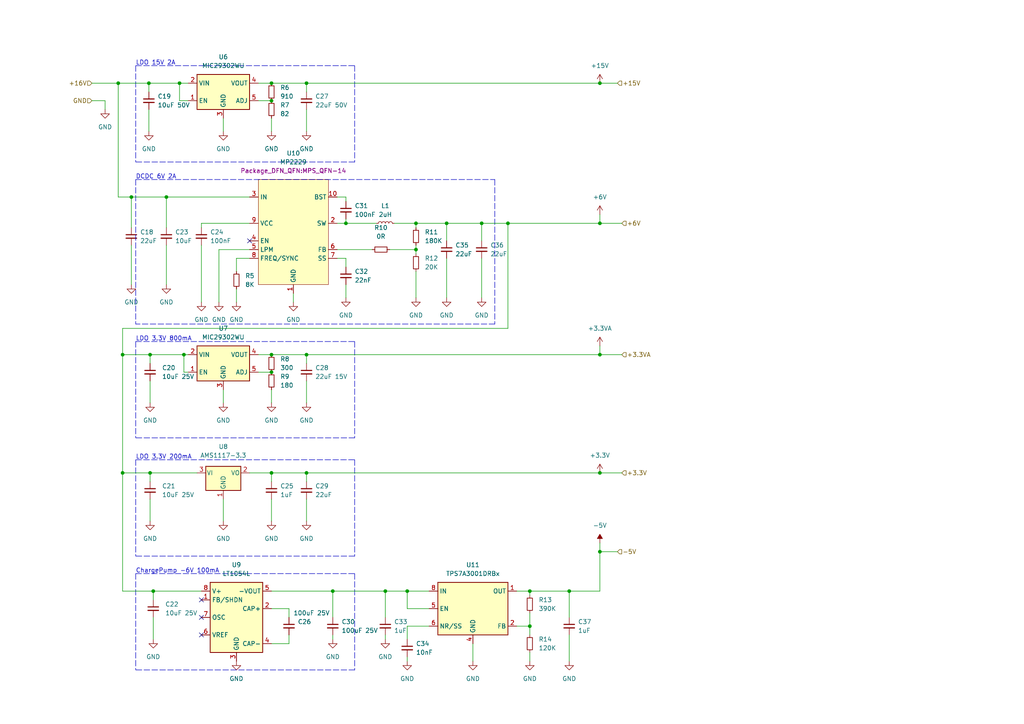
<source format=kicad_sch>
(kicad_sch (version 20211123) (generator eeschema)
  (paper "A4")
  (title_block (title "Power") (date "2022-10-26") (rev "v0.1") (company "Nanjing wuyou electronic technology company"))
  (lib_symbols
    (symbol "Device:C_Small" (pin_numbers hide) (pin_names (offset 0.254) hide)
      (property "Reference" "C" (at 0.254 1.778 0))
      (property "Value" "C_Small" (at 0.254 -2.032 0))
      (symbol "C_Small_0_1"
        (polyline (pts (xy -1.524 -0.508) (xy 1.524 -0.508)) (stroke (width 0.3302)))
        (polyline (pts (xy -1.524 0.508) (xy 1.524 0.508)) (stroke (width 0.3048)))
      )
      (symbol "C_Small_1_1"
        (pin passive line (at 0 2.54 270) (length 2.032) (name "~") (number "1"))
        (pin passive line (at 0 -2.54 90) (length 2.032) (name "~") (number "2"))
      )
    )
    (symbol "Device:L_Small" (pin_numbers hide) (pin_names (offset 0.254) hide)
      (property "Reference" "L" (at 0.762 1.016 0))
      (property "Value" "L_Small" (at 0.762 -1.016 0))
      (symbol "L_Small_0_1"
        (arc (start 0 -2.032) (mid 0.508 -1.524) (end 0 -1.016))
        (arc (start 0 -1.016) (mid 0.508 -0.508) (end 0 0))
        (arc (start 0 0) (mid 0.508 0.508) (end 0 1.016))
        (arc (start 0 1.016) (mid 0.508 1.524) (end 0 2.032))
      )
      (symbol "L_Small_1_1"
        (pin passive line (at 0 2.54 270) (length 0.508) (name "~") (number "1"))
        (pin passive line (at 0 -2.54 90) (length 0.508) (name "~") (number "2"))
      )
    )
    (symbol "Device:R_Small" (pin_numbers hide) (pin_names (offset 0.254) hide)
      (property "Reference" "R" (at 0.762 0.508 0))
      (property "Value" "R_Small" (at 0.762 -1.016 0))
      (symbol "R_Small_0_1"
        (rectangle (start -0.762 1.778) (end 0.762 -1.778) (stroke (width 0.2032)))
      )
      (symbol "R_Small_1_1"
        (pin passive line (at 0 2.54 270) (length 0.762) (name "~") (number "1"))
        (pin passive line (at 0 -2.54 90) (length 0.762) (name "~") (number "2"))
      )
    )
    (symbol "Regulator_Linear:AMS1117-3.3" (pin_names (offset 0.254))
      (property "Reference" "U" (at -3.81 3.175 0))
      (property "Value" "AMS1117-3.3" (at 0 3.175 0))
      (symbol "AMS1117-3.3_0_1"
        (rectangle (start -5.08 -5.08) (end 5.08 1.905) (stroke (width 0.254)) (fill (type background)))
      )
      (symbol "AMS1117-3.3_1_1"
        (pin power_in line (at 0 -7.62 90) (length 2.54) (name "GND") (number "1"))
        (pin power_out line (at 7.62 0 180) (length 2.54) (name "VO") (number "2"))
        (pin power_in line (at -7.62 0 0) (length 2.54) (name "VI") (number "3"))
      )
    )
    (symbol "Regulator_Linear:MIC29302WU"
      (property "Reference" "U" (at -6.35 6.35 0))
      (property "Value" "MIC29302WU" (at 2.54 6.35 0))
      (symbol "MIC29302WU_1_1"
        (rectangle (start -7.62 5.08) (end 7.62 -5.08) (stroke (width 0.254)) (fill (type background)))
        (pin input line (at -10.16 -2.54 0) (length 2.54) (name "EN") (number "1"))
        (pin power_in line (at -10.16 2.54 0) (length 2.54) (name "VIN") (number "2"))
        (pin power_in line (at 0 -7.62 90) (length 2.54) (name "GND") (number "3"))
        (pin power_out line (at 10.16 2.54 180) (length 2.54) (name "VOUT") (number "4"))
        (pin input line (at 10.16 -2.54 180) (length 2.54) (name "ADJ") (number "5"))
      )
    )
    (symbol "Regulator_Linear:TPS7A3001DRBx"
      (property "Reference" "U" (at 0 0 0))
      (property "Value" "TPS7A3001DRBx" (at 0 0 0))
      (symbol "TPS7A3001DRBx_0_1"
        (rectangle (start -10.16 7.62) (end 10.16 -7.62) (stroke (width 0.254)) (fill (type background)))
      )
      (symbol "TPS7A3001DRBx_1_1"
        (pin power_out line (at 12.7 5.08 180) (length 2.54) (name "OUT") (number "1"))
        (pin input line (at 12.7 -5.08 180) (length 2.54) (name "FB") (number "2"))
        (pin no_connect line (at 0 2.54 0) (length 2.54) hide (name "NC") (number "3"))
        (pin passive line (at 0 -10.16 90) (length 2.54) (name "GND") (number "4"))
        (pin input line (at -12.7 0 0) (length 2.54) (name "EN") (number "5"))
        (pin passive line (at -12.7 -5.08 0) (length 2.54) (name "NR/SS") (number "6"))
        (pin no_connect line (at 0 0 0) (length 2.54) hide (name "DNC") (number "7"))
        (pin power_in line (at -12.7 5.08 0) (length 2.54) (name "IN") (number "8"))
        (pin passive line (at 0 -10.16 90) (length 2.54) hide (name "Pad") (number "9"))
      )
    )
    (symbol "Regulator_SwitchedCapacitor:LT1054L"
      (property "Reference" "U" (at -6.604 11.176 0))
      (property "Value" "LT1054L" (at 4.318 11.176 0))
      (symbol "LT1054L_0_1"
        (rectangle (start -7.62 10.16) (end 7.62 -10.16) (stroke (width 0.254)) (fill (type background)))
      )
      (symbol "LT1054L_1_1"
        (pin input line (at -10.16 5.08 0) (length 2.54) (name "FB/SHDN") (number "1"))
        (pin input line (at 10.16 2.54 180) (length 2.54) (name "CAP+") (number "2"))
        (pin power_in line (at 0 -12.7 90) (length 2.54) (name "GND") (number "3"))
        (pin input line (at 10.16 -7.62 180) (length 2.54) (name "CAP-") (number "4"))
        (pin power_out line (at 10.16 7.62 180) (length 2.54) (name "-VOUT") (number "5"))
        (pin output line (at -10.16 -5.08 0) (length 2.54) (name "VREF") (number "6"))
        (pin input line (at -10.16 0 0) (length 2.54) (name "OSC") (number "7"))
        (pin power_in line (at -10.16 7.62 0) (length 2.54) (name "V+") (number "8"))
      )
    )
    (symbol "Regulator_Switching:MP2229"
      (property "Reference" "U" (at 0 0 0))
      (property "Value" "MP2229" (at 0 0 0))
      (property "Footprint" "Package_DFN_QFN:MPS_QFN-14" (at 0 0 0))
      (symbol "MP2229_0_1"
        (rectangle (start -10.16 15.24) (end 10.16 -15.24) (stroke (width 0.127)) (fill (type background)))
      )
      (symbol "MP2229_1_1"
        (pin passive line (at 0 -17.78 90) (length 2.54) (name "GND") (number "1"))
        (pin passive line (at 12.7 10.16 180) (length 2.54) (name "BST") (number "10"))
        (pin bidirectional line (at 12.7 2.54 180) (length 2.54) hide (name "SW") (number "11"))
        (pin passive line (at 0 -17.78 90) (length 2.54) hide (name "GND") (number "12"))
        (pin passive line (at 0 -17.78 90) (length 2.54) hide (name "GND") (number "13"))
        (pin passive line (at 0 -17.78 90) (length 2.54) hide (name "GND") (number "14"))
        (pin power_in line (at -12.7 10.16 0) (length 2.54) hide (name "IN") (number "15"))
        (pin bidirectional line (at 12.7 2.54 180) (length 2.54) (name "SW") (number "2"))
        (pin power_in line (at -12.7 10.16 0) (length 2.54) (name "IN") (number "3"))
        (pin input line (at -12.7 -2.54 0) (length 2.54) (name "EN") (number "4"))
        (pin input line (at -12.7 -5.08 0) (length 2.54) (name "LPM") (number "5"))
        (pin input line (at 12.7 -5.08 180) (length 2.54) (name "FB") (number "6"))
        (pin input line (at 12.7 -7.62 180) (length 2.54) (name "SS") (number "7"))
        (pin passive line (at -12.7 -7.62 0) (length 2.54) (name "FREQ/SYNC") (number "8"))
        (pin power_out line (at -12.7 2.54 0) (length 2.54) (name "VCC") (number "9"))
      )
    )
    (symbol "power:+15V" (power) (pin_names (offset 0))
      (property "Value" "+15V" (at 0 3.556 0))
      (symbol "+15V_0_1"
        (polyline (pts (xy -0.762 1.27) (xy 0 2.54)))
        (polyline (pts (xy 0 0) (xy 0 2.54)))
        (polyline (pts (xy 0 2.54) (xy 0.762 1.27)))
      )
      (symbol "+15V_1_1"
        (pin power_in line (at 0 0 90) (length 0) hide (name "+15V") (number "1"))
      )
    )
    (symbol "power:+3.3V" (power) (pin_names (offset 0))
      (property "Value" "+3.3V" (at 0 3.556 0))
      (symbol "+3.3V_0_1"
        (polyline (pts (xy -0.762 1.27) (xy 0 2.54)))
        (polyline (pts (xy 0 0) (xy 0 2.54)))
        (polyline (pts (xy 0 2.54) (xy 0.762 1.27)))
      )
      (symbol "+3.3V_1_1"
        (pin power_in line (at 0 0 90) (length 0) hide (name "+3.3V") (number "1"))
      )
    )
    (symbol "power:+3.3VA" (power) (pin_names (offset 0))
      (property "Value" "+3.3VA" (at 0 3.556 0))
      (symbol "+3.3VA_0_1"
        (polyline (pts (xy -0.762 1.27) (xy 0 2.54)))
        (polyline (pts (xy 0 0) (xy 0 2.54)))
        (polyline (pts (xy 0 2.54) (xy 0.762 1.27)))
      )
      (symbol "+3.3VA_1_1"
        (pin power_in line (at 0 0 90) (length 0) hide (name "+3.3VA") (number "1"))
      )
    )
    (symbol "power:+6V" (power) (pin_names (offset 0))
      (property "Value" "+6V" (at 0 3.556 0))
      (symbol "+6V_0_1"
        (polyline (pts (xy -0.762 1.27) (xy 0 2.54)))
        (polyline (pts (xy 0 0) (xy 0 2.54)))
        (polyline (pts (xy 0 2.54) (xy 0.762 1.27)))
      )
      (symbol "+6V_1_1"
        (pin power_in line (at 0 0 90) (length 0) hide (name "+6V") (number "1"))
      )
    )
    (symbol "power:-5V" (power) (pin_names (offset 0))
      (property "Value" "-5V" (at 0 3.81 0))
      (symbol "-5V_0_0"
        (pin power_in line (at 0 0 90) (length 0) hide (name "-5V") (number "1"))
      )
      (symbol "-5V_0_1"
        (polyline (pts (xy 0 0) (xy 0 1.27) (xy 0.762 1.27) (xy 0 2.54) (xy -0.762 1.27) (xy 0 1.27)) (fill (type outline)))
      )
    )
    (symbol "power:GND" (power) (pin_names (offset 0))
      (property "Value" "GND" (at 0 -3.81 0))
      (symbol "GND_0_1"
        (polyline (pts (xy 0 0) (xy 0 -1.27) (xy 1.27 -1.27) (xy 0 -2.54) (xy -1.27 -1.27) (xy 0 -1.27)))
      )
      (symbol "GND_1_1"
        (pin power_in line (at 0 0 270) (length 0) hide (name "GND") (number "1"))
      )
    )
  )
  (junction (at 173.99 64.77))
  (junction (at 43.5314 102.87))
  (junction (at 35.56 137.16))
  (junction (at 48.26 57.15))
  (junction (at 44.45 171.45))
  (junction (at 78.74 107.95))
  (junction (at 78.74 24.13))
  (junction (at 78.74 102.87))
  (junction (at 43.5314 137.16))
  (junction (at 96.52 171.45))
  (junction (at 120.65 72.39))
  (junction (at 53.34 102.87))
  (junction (at 52.07 24.13))
  (junction (at 129.54 64.77))
  (junction (at 120.65 64.77))
  (junction (at 173.99 137.16))
  (junction (at 147.32 64.77))
  (junction (at 153.67 171.45))
  (junction (at 35.56 102.87))
  (junction (at 111.76 171.45))
  (junction (at 38.1 57.15))
  (junction (at 173.99 24.13))
  (junction (at 78.74 29.21))
  (junction (at 165.1 171.45))
  (junction (at 100.33 64.77))
  (junction (at 78.74 137.16))
  (junction (at 173.99 160.02))
  (junction (at 88.9 24.13))
  (junction (at 88.9 102.87))
  (junction (at 43.18 24.13))
  (junction (at 173.99 102.87))
  (junction (at 88.9 137.16))
  (junction (at 34.29 24.13))
  (junction (at 139.7 64.77))
  (junction (at 118.11 171.45))
  (junction (at 153.67 181.61))
  (no_connect (at 72.39 69.85))
  (no_connect (at 58.42 184.15))
  (no_connect (at 58.42 179.07))
  (no_connect (at 58.42 173.99))
  (wire (pts (xy 165.1 171.45) (xy 165.1 179.07)))
  (wire (pts (xy 44.45 171.45) (xy 44.45 173.99)))
  (wire (pts (xy 139.7 74.93) (xy 139.7 86.36)))
  (wire (pts (xy 118.11 171.45) (xy 118.11 176.53)))
  (wire (pts (xy 52.07 29.21) (xy 52.07 24.13)))
  (wire (pts (xy 147.32 64.77) (xy 139.7 64.77)))
  (wire (pts (xy 43.5314 137.16) (xy 57.15 137.16)))
  (polyline (pts (xy 39.37 166.37) (xy 39.37 194.31)))
  (polyline (pts (xy 39.37 19.05) (xy 39.37 46.99)))
  (wire (pts (xy 78.74 176.53) (xy 83.82 176.53)))
  (wire (pts (xy 118.11 176.53) (xy 124.46 176.53)))
  (polyline (pts (xy 39.37 52.07) (xy 143.51 52.07)))
  (wire (pts (xy 43.5314 144.78) (xy 43.5314 151.13)))
  (wire (pts (xy 48.26 57.15) (xy 48.26 66.04)))
  (wire (pts (xy 78.74 186.69) (xy 83.82 186.69)))
  (wire (pts (xy 120.65 78.74) (xy 120.65 86.36)))
  (wire (pts (xy 124.46 181.61) (xy 118.11 181.61)))
  (wire (pts (xy 78.74 137.16) (xy 88.9 137.16)))
  (wire (pts (xy 38.1 71.12) (xy 38.1 82.55)))
  (wire (pts (xy 44.45 179.07) (xy 44.45 185.42)))
  (wire (pts (xy 38.1 57.15) (xy 48.26 57.15)))
  (wire (pts (xy 173.99 157.48) (xy 173.99 160.02)))
  (wire (pts (xy 96.52 171.45) (xy 96.52 179.07)))
  (wire (pts (xy 173.99 160.02) (xy 173.99 171.45)))
  (wire (pts (xy 72.39 64.77) (xy 58.42 64.77)))
  (wire (pts (xy 153.67 181.61) (xy 153.67 184.15)))
  (wire (pts (xy 78.74 113.03) (xy 78.74 116.84)))
  (wire (pts (xy 111.76 184.15) (xy 111.76 185.42)))
  (wire (pts (xy 100.33 82.55) (xy 100.33 86.36)))
  (wire (pts (xy 38.1 57.15) (xy 38.1 66.04)))
  (wire (pts (xy 74.93 24.13) (xy 78.74 24.13)))
  (wire (pts (xy 43.5314 137.16) (xy 43.5314 139.7)))
  (wire (pts (xy 48.26 57.15) (xy 72.39 57.15)))
  (wire (pts (xy 153.67 172.72) (xy 153.67 171.45)))
  (wire (pts (xy 35.56 171.45) (xy 44.45 171.45)))
  (wire (pts (xy 74.93 107.95) (xy 78.74 107.95)))
  (polyline (pts (xy 39.37 133.35) (xy 102.87 133.35)))
  (polyline (pts (xy 102.87 127) (xy 39.37 127)))
  (wire (pts (xy 173.99 137.16) (xy 180.34 137.16)))
  (wire (pts (xy 35.56 137.16) (xy 43.5314 137.16)))
  (wire (pts (xy 147.32 64.77) (xy 147.32 95.25)))
  (wire (pts (xy 63.5 72.39) (xy 63.5 87.63)))
  (wire (pts (xy 88.9 24.13) (xy 88.9 26.67)))
  (wire (pts (xy 139.7 64.77) (xy 139.7 69.85)))
  (wire (pts (xy 153.67 171.45) (xy 165.1 171.45)))
  (wire (pts (xy 88.9 102.87) (xy 88.9 105.41)))
  (polyline (pts (xy 39.37 166.37) (xy 102.87 166.37)))
  (wire (pts (xy 88.9 110.49) (xy 88.9 116.84)))
  (wire (pts (xy 48.26 71.12) (xy 48.26 82.55)))
  (wire (pts (xy 78.74 24.13) (xy 88.9 24.13)))
  (wire (pts (xy 83.82 176.53) (xy 83.82 179.07)))
  (wire (pts (xy 54.61 29.21) (xy 52.07 29.21)))
  (wire (pts (xy 74.93 29.21) (xy 78.74 29.21)))
  (polyline (pts (xy 102.87 161.29) (xy 39.37 161.29)))
  (wire (pts (xy 26.67 24.13) (xy 34.29 24.13)))
  (wire (pts (xy 88.9 24.13) (xy 173.99 24.13)))
  (wire (pts (xy 78.74 137.16) (xy 78.74 139.7)))
  (wire (pts (xy 68.58 74.93) (xy 68.58 78.74)))
  (wire (pts (xy 173.99 100.33) (xy 173.99 102.87)))
  (wire (pts (xy 100.33 77.47) (xy 100.33 74.93)))
  (wire (pts (xy 88.9 144.78) (xy 88.9 151.13)))
  (wire (pts (xy 97.79 57.15) (xy 100.33 57.15)))
  (wire (pts (xy 149.86 171.45) (xy 153.67 171.45)))
  (wire (pts (xy 96.52 184.15) (xy 96.52 185.42)))
  (wire (pts (xy 64.77 34.29) (xy 64.77 38.1)))
  (wire (pts (xy 111.76 171.45) (xy 111.76 179.07)))
  (polyline (pts (xy 102.87 194.31) (xy 39.37 194.31)))
  (wire (pts (xy 173.99 102.87) (xy 180.34 102.87)))
  (wire (pts (xy 100.33 74.93) (xy 97.79 74.93)))
  (wire (pts (xy 173.99 62.23) (xy 173.99 64.77)))
  (wire (pts (xy 96.52 171.45) (xy 111.76 171.45)))
  (wire (pts (xy 120.65 64.77) (xy 120.65 66.04)))
  (wire (pts (xy 35.56 137.16) (xy 35.56 171.45)))
  (wire (pts (xy 34.29 24.13) (xy 34.29 57.15)))
  (wire (pts (xy 149.86 181.61) (xy 153.67 181.61)))
  (wire (pts (xy 100.33 64.77) (xy 109.22 64.77)))
  (wire (pts (xy 43.18 24.13) (xy 52.07 24.13)))
  (wire (pts (xy 129.54 74.93) (xy 129.54 86.36)))
  (wire (pts (xy 54.61 107.95) (xy 53.34 107.95)))
  (wire (pts (xy 88.9 137.16) (xy 88.9 139.7)))
  (polyline (pts (xy 102.87 46.99) (xy 39.37 46.99)))
  (polyline (pts (xy 102.87 99.06) (xy 102.87 127)))
  (wire (pts (xy 173.99 64.77) (xy 147.32 64.77)))
  (wire (pts (xy 120.65 72.39) (xy 120.65 71.12)))
  (polyline (pts (xy 102.87 19.05) (xy 102.87 46.99)))
  (wire (pts (xy 43.5314 102.87) (xy 53.34 102.87)))
  (wire (pts (xy 137.16 186.69) (xy 137.16 191.77)))
  (wire (pts (xy 53.34 102.87) (xy 54.61 102.87)))
  (wire (pts (xy 165.1 184.15) (xy 165.1 191.77)))
  (wire (pts (xy 100.33 63.5) (xy 100.33 64.77)))
  (wire (pts (xy 100.33 57.15) (xy 100.33 58.42)))
  (wire (pts (xy 88.9 137.16) (xy 173.99 137.16)))
  (wire (pts (xy 35.56 102.87) (xy 43.5314 102.87)))
  (wire (pts (xy 173.99 64.77) (xy 180.34 64.77)))
  (wire (pts (xy 165.1 171.45) (xy 173.99 171.45)))
  (wire (pts (xy 34.29 24.13) (xy 43.18 24.13)))
  (wire (pts (xy 120.65 72.39) (xy 120.65 73.66)))
  (wire (pts (xy 64.77 113.03) (xy 64.77 116.84)))
  (wire (pts (xy 74.93 102.87) (xy 78.74 102.87)))
  (wire (pts (xy 58.42 71.12) (xy 58.42 87.63)))
  (wire (pts (xy 53.34 107.95) (xy 53.34 102.87)))
  (wire (pts (xy 78.74 144.78) (xy 78.74 151.13)))
  (wire (pts (xy 83.82 184.15) (xy 83.82 186.69)))
  (wire (pts (xy 78.74 102.87) (xy 88.9 102.87)))
  (wire (pts (xy 88.9 102.87) (xy 173.99 102.87)))
  (wire (pts (xy 30.48 31.75) (xy 30.48 29.21)))
  (wire (pts (xy 44.45 171.45) (xy 58.42 171.45)))
  (wire (pts (xy 43.5314 102.87) (xy 43.5314 105.41)))
  (wire (pts (xy 35.56 95.25) (xy 147.32 95.25)))
  (wire (pts (xy 153.67 189.23) (xy 153.67 191.77)))
  (wire (pts (xy 173.99 160.02) (xy 179.07 160.02)))
  (wire (pts (xy 173.99 24.13) (xy 179.07 24.13)))
  (wire (pts (xy 153.67 181.61) (xy 153.67 177.8)))
  (wire (pts (xy 120.65 64.77) (xy 129.54 64.77)))
  (wire (pts (xy 97.79 72.39) (xy 107.95 72.39)))
  (wire (pts (xy 118.11 181.61) (xy 118.11 185.42)))
  (polyline (pts (xy 39.37 133.35) (xy 39.37 161.29)))
  (wire (pts (xy 58.42 64.77) (xy 58.42 66.04)))
  (wire (pts (xy 43.18 24.13) (xy 43.18 26.67)))
  (polyline (pts (xy 39.37 19.05) (xy 102.87 19.05)))
  (polyline (pts (xy 102.87 133.35) (xy 102.87 161.29)))
  (wire (pts (xy 129.54 64.77) (xy 139.7 64.77)))
  (polyline (pts (xy 39.37 99.06) (xy 102.87 99.06)))
  (wire (pts (xy 78.74 34.29) (xy 78.74 38.1)))
  (wire (pts (xy 72.39 74.93) (xy 68.58 74.93)))
  (wire (pts (xy 52.07 24.13) (xy 54.61 24.13)))
  (wire (pts (xy 85.09 85.09) (xy 85.09 87.63)))
  (polyline (pts (xy 39.37 52.07) (xy 39.37 93.98)))
  (wire (pts (xy 35.56 102.87) (xy 35.56 95.25)))
  (wire (pts (xy 43.5314 110.49) (xy 43.5314 116.84)))
  (wire (pts (xy 118.11 171.45) (xy 124.46 171.45)))
  (wire (pts (xy 97.79 64.77) (xy 100.33 64.77)))
  (wire (pts (xy 35.56 102.87) (xy 35.56 137.16)))
  (wire (pts (xy 129.54 64.77) (xy 129.54 69.85)))
  (wire (pts (xy 72.39 72.39) (xy 63.5 72.39)))
  (wire (pts (xy 88.9 31.75) (xy 88.9 38.1)))
  (wire (pts (xy 111.76 171.45) (xy 118.11 171.45)))
  (wire (pts (xy 64.77 144.78) (xy 64.77 151.13)))
  (polyline (pts (xy 143.51 93.98) (xy 39.37 93.98)))
  (wire (pts (xy 114.3 64.77) (xy 120.65 64.77)))
  (wire (pts (xy 118.11 190.5) (xy 118.11 191.77)))
  (wire (pts (xy 113.03 72.39) (xy 120.65 72.39)))
  (wire (pts (xy 68.58 83.82) (xy 68.58 87.63)))
  (polyline (pts (xy 39.37 99.06) (xy 39.37 127)))
  (wire (pts (xy 72.39 137.16) (xy 78.74 137.16)))
  (wire (pts (xy 78.74 171.45) (xy 96.52 171.45)))
  (polyline (pts (xy 143.51 52.07) (xy 143.51 93.98)))
  (wire (pts (xy 43.18 31.75) (xy 43.18 38.1)))
  (polyline (pts (xy 102.87 166.37) (xy 102.87 194.31)))
  (wire (pts (xy 30.48 29.21) (xy 26.67 29.21)))
  (wire (pts (xy 34.29 57.15) (xy 38.1 57.15)))
  (text "DCDC 6V 2A" (at 39.37 52.07 0) (effects (font (size 1.27 1.27)) (justify left bottom)))
  (text "LDO 15V 2A" (at 39.37 19.05 0) (effects (font (size 1.27 1.27)) (justify left bottom)))
  (text "LDO 3.3V 200mA" (at 39.37 133.35 0) (effects (font (size 1.27 1.27)) (justify left bottom)))
  (text "LDO 3.3V 800mA" (at 39.37 99.06 0) (effects (font (size 1.27 1.27)) (justify left bottom)))
  (text "ChargePump -6V 100mA" (at 39.37 166.37 0) (effects (font (size 1.27 1.27)) (justify left bottom)))
  (hierarchical_label "GND" (shape input) (at 26.67 29.21 180))
  (hierarchical_label "-5V" (shape input) (at 179.07 160.02 0))
  (hierarchical_label "+3.3VA" (shape input) (at 180.34 102.87 0))
  (hierarchical_label "+15V" (shape input) (at 179.07 24.13 0))
  (hierarchical_label "+16V" (shape input) (at 26.67 24.13 180))
  (hierarchical_label "+6V" (shape input) (at 180.34 64.77 0))
  (hierarchical_label "+3.3V" (shape input) (at 180.34 137.16 0))
  (symbol (lib_id "power:GND") (at 139.7 86.36 0) (unit 1)
    (property "Reference" "#PWR061" (effects hide))
    (property "Value" "GND" (at 139.7 91.44 0))
  )
  (symbol (lib_id "Device:C_Small") (at 83.82 181.61 0) (unit 1)
    (property "Reference" "C26" (at 86.36 180.3462 0) (effects (justify left)))
    (property "Value" "100uF 25V" (at 85.09 177.8 0) (effects (justify left)))
  )
  (symbol (lib_id "Device:C_Small") (at 58.42 68.58 0) (unit 1)
    (property "Reference" "C24" (at 60.96 67.3162 0) (effects (justify left)))
    (property "Value" "100nF" (at 60.96 69.8562 0) (effects (justify left)))
  )
  (symbol (lib_id "power:GND") (at 64.77 116.84 0) (unit 1)
    (property "Reference" "#PWR044" (effects hide))
    (property "Value" "GND" (at 64.77 121.92 0))
  )
  (symbol (lib_id "Device:C_Small") (at 118.11 187.96 0) (unit 1)
    (property "Reference" "C34" (at 120.65 186.6962 0) (effects (justify left)))
    (property "Value" "10nF" (at 120.65 189.2362 0) (effects (justify left)))
  )
  (symbol (lib_id "power:GND") (at 43.18 38.1 0) (unit 1)
    (property "Reference" "#PWR036" (effects hide))
    (property "Value" "GND" (at 43.18 43.18 0))
  )
  (symbol (lib_id "power:GND") (at 88.9 151.13 0) (unit 1)
    (property "Reference" "#PWR053" (effects hide))
    (property "Value" "GND" (at 88.9 156.21 0))
  )
  (symbol (lib_id "power:GND") (at 58.42 87.63 0) (unit 1)
    (property "Reference" "#PWR041" (effects hide))
    (property "Value" "GND" (at 58.42 92.71 0))
  )
  (symbol (lib_id "power:GND") (at 78.74 116.84 0) (unit 1)
    (property "Reference" "#PWR048" (effects hide))
    (property "Value" "GND" (at 78.74 121.92 0))
  )
  (symbol (lib_id "power:GND") (at 48.26 82.55 0) (unit 1)
    (property "Reference" "#PWR040" (effects hide))
    (property "Value" "GND" (at 48.26 87.63 0))
  )
  (symbol (lib_id "power:GND") (at 64.77 38.1 0) (unit 1)
    (property "Reference" "#PWR043" (effects hide))
    (property "Value" "GND" (at 64.77 43.18 0))
  )
  (symbol (lib_id "Device:C_Small") (at 88.9 29.21 0) (unit 1)
    (property "Reference" "C27" (at 91.44 27.9462 0) (effects (justify left)))
    (property "Value" "22uF 50V" (at 91.44 30.4862 0) (effects (justify left)))
  )
  (symbol (lib_id "power:-5V") (at 173.99 157.48 0) (unit 1)
    (property "Reference" "#PWR068" (effects hide))
    (property "Value" "-5V" (at 173.99 152.4 0))
  )
  (symbol (lib_id "power:GND") (at 88.9 38.1 0) (unit 1)
    (property "Reference" "#PWR051" (effects hide))
    (property "Value" "GND" (at 88.9 43.18 0))
  )
  (symbol (lib_id "Device:L_Small") (at 111.76 64.77 90) (unit 1)
    (property "Reference" "L1" (at 111.76 59.69 90))
    (property "Value" "2uH" (at 111.76 62.23 90))
  )
  (symbol (lib_id "Device:R_Small") (at 120.65 76.2 180) (unit 1)
    (property "Reference" "R12" (at 123.19 74.9299 0) (effects (justify right)))
    (property "Value" "20K" (at 123.19 77.4699 0) (effects (justify right)))
  )
  (symbol (lib_id "power:GND") (at 78.74 151.13 0) (unit 1)
    (property "Reference" "#PWR049" (effects hide))
    (property "Value" "GND" (at 78.74 156.21 0))
  )
  (symbol (lib_id "power:GND") (at 120.65 86.36 0) (unit 1)
    (property "Reference" "#PWR058" (effects hide))
    (property "Value" "GND" (at 120.65 91.44 0))
  )
  (symbol (lib_id "power:+6V") (at 173.99 62.23 0) (unit 1)
    (property "Reference" "#PWR065" (effects hide))
    (property "Value" "+6V" (at 173.99 57.15 0))
  )
  (symbol (lib_id "Device:R_Small") (at 78.74 110.49 0) (unit 1)
    (property "Reference" "R9" (at 81.28 109.2199 0) (effects (justify left)))
    (property "Value" "180" (at 81.28 111.7599 0) (effects (justify left)))
  )
  (symbol (lib_id "Device:C_Small") (at 43.5314 107.95 0) (unit 1)
    (property "Reference" "C20" (at 46.99 106.6862 0) (effects (justify left)))
    (property "Value" "10uF 25V" (at 46.99 109.2262 0) (effects (justify left)))
  )
  (symbol (lib_id "Device:C_Small") (at 165.1 181.61 0) (unit 1)
    (property "Reference" "C37" (at 167.64 180.3462 0) (effects (justify left)))
    (property "Value" "1uF" (at 167.64 182.8862 0) (effects (justify left)))
  )
  (symbol (lib_id "Device:C_Small") (at 48.26 68.58 0) (unit 1)
    (property "Reference" "C23" (at 50.8 67.3162 0) (effects (justify left)))
    (property "Value" "10uF" (at 50.8 69.8562 0) (effects (justify left)))
  )
  (symbol (lib_id "power:GND") (at 43.5314 151.13 0) (unit 1)
    (property "Reference" "#PWR038" (effects hide))
    (property "Value" "GND" (at 43.5314 156.21 0))
  )
  (symbol (lib_id "Regulator_Linear:MIC29302WU") (at 64.77 26.67 0) (unit 1)
    (property "Reference" "U6" (at 64.77 16.51 0))
    (property "Value" "MIC29302WU" (at 64.77 19.05 0))
    (property "Footprint" "Package_TO_SOT_SMD:TO-263-5_TabPin3" (effects hide))
    (property "Datasheet" "http://ww1.microchip.com/downloads/en/devicedoc/20005685a.pdf" (effects hide))
  )
  (symbol (lib_id "power:GND") (at 111.76 185.42 0) (unit 1)
    (property "Reference" "#PWR056" (effects hide))
    (property "Value" "GND" (at 111.76 190.5 0))
  )
  (symbol (lib_id "Regulator_Switching:MP2229") (at 85.09 67.31 0) (unit 1)
    (property "Reference" "U10" (at 85.09 44.45 0))
    (property "Value" "MP2229" (at 85.09 46.99 0))
    (property "Footprint" "Package_DFN_QFN:MPS_QFN-14" (at 85.09 49.53 0))
  )
  (symbol (lib_id "power:+3.3VA") (at 173.99 100.33 0) (unit 1)
    (property "Reference" "#PWR066" (effects hide))
    (property "Value" "+3.3VA" (at 173.99 95.25 0))
  )
  (symbol (lib_id "power:GND") (at 44.45 185.42 0) (unit 1)
    (property "Reference" "#PWR039" (effects hide))
    (property "Value" "GND" (at 44.45 190.5 0))
  )
  (symbol (lib_id "Device:R_Small") (at 120.65 68.58 180) (unit 1)
    (property "Reference" "R11" (at 123.19 67.3099 0) (effects (justify right)))
    (property "Value" "180K" (at 123.19 69.8499 0) (effects (justify right)))
  )
  (symbol (lib_id "Device:C_Small") (at 43.18 29.21 0) (unit 1)
    (property "Reference" "C19" (at 45.72 27.9462 0) (effects (justify left)))
    (property "Value" "10uF 50V" (at 45.72 30.4862 0) (effects (justify left)))
  )
  (symbol (lib_id "power:+3.3V") (at 173.99 137.16 0) (unit 1)
    (property "Reference" "#PWR067" (effects hide))
    (property "Value" "+3.3V" (at 173.99 132.08 0))
  )
  (symbol (lib_id "Device:C_Small") (at 96.52 181.61 0) (unit 1)
    (property "Reference" "C30" (at 99.06 180.3462 0) (effects (justify left)))
    (property "Value" "100uF 25V" (at 99.06 182.8862 0) (effects (justify left)))
  )
  (symbol (lib_id "Device:C_Small") (at 43.5314 142.24 0) (unit 1)
    (property "Reference" "C21" (at 46.99 140.9762 0) (effects (justify left)))
    (property "Value" "10uF 25V" (at 46.99 143.5162 0) (effects (justify left)))
  )
  (symbol (lib_id "Regulator_Linear:TPS7A3001DRBx") (at 137.16 176.53 0) (unit 1)
    (property "Reference" "U11" (at 137.16 163.83 0))
    (property "Value" "TPS7A3001DRBx" (at 137.16 166.37 0))
    (property "Footprint" "Package_SON:Texas_S-PVSON-N8_1" (effects hide))
    (property "Datasheet" "https://www.ti.com/lit/ds/symlink/tps7a30.pdf?HQS=dis-dk-null-digikeymode-dsf-pf-null-wwe&ts=1666732496061&ref_url=https%253A%252F%252Fwww.ti.com%252Fgeneral%252Fdocs%252Fsuppproductinfo.tsp%253FdistId%253D10%2526gotoUrl%253Dhttps%253A%252F%252Fwww.ti.com%252Flit%252Fgpn%252Ftps7a30" (effects hide))
  )
  (symbol (lib_id "power:GND") (at 63.5 87.63 0) (unit 1)
    (property "Reference" "#PWR042" (effects hide))
    (property "Value" "GND" (at 63.5 92.71 0))
  )
  (symbol (lib_id "Device:R_Small") (at 78.74 105.41 0) (unit 1)
    (property "Reference" "R8" (at 81.28 104.1399 0) (effects (justify left)))
    (property "Value" "300" (at 81.28 106.6799 0) (effects (justify left)))
  )
  (symbol (lib_id "power:GND") (at 165.1 191.77 0) (unit 1)
    (property "Reference" "#PWR063" (effects hide))
    (property "Value" "GND" (at 165.1 196.85 0))
  )
  (symbol (lib_id "Device:C_Small") (at 88.9 107.95 0) (unit 1)
    (property "Reference" "C28" (at 91.44 106.6862 0) (effects (justify left)))
    (property "Value" "22uF 15V" (at 91.44 109.2262 0) (effects (justify left)))
  )
  (symbol (lib_id "power:GND") (at 100.33 86.36 0) (unit 1)
    (property "Reference" "#PWR055" (effects hide))
    (property "Value" "GND" (at 100.33 91.44 0))
  )
  (symbol (lib_id "power:GND") (at 30.48 31.75 0) (unit 1)
    (property "Reference" "#PWR034" (effects hide))
    (property "Value" "GND" (at 30.48 36.83 0))
  )
  (symbol (lib_id "Device:R_Small") (at 110.49 72.39 90) (unit 1)
    (property "Reference" "R10" (at 110.49 66.04 90))
    (property "Value" "0R" (at 110.49 68.58 90))
  )
  (symbol (lib_id "Regulator_Linear:AMS1117-3.3") (at 64.77 137.16 0) (unit 1)
    (property "Reference" "U8" (at 64.77 129.54 0))
    (property "Value" "AMS1117-3.3" (at 64.77 132.08 0))
    (property "Footprint" "Package_TO_SOT_SMD:SOT-223-3_TabPin2" (effects hide))
    (property "Datasheet" "http://www.advanced-monolithic.com/pdf/ds1117.pdf" (effects hide))
  )
  (symbol (lib_id "power:GND") (at 64.77 151.13 0) (unit 1)
    (property "Reference" "#PWR045" (effects hide))
    (property "Value" "GND" (at 64.77 156.21 0))
  )
  (symbol (lib_id "Device:C_Small") (at 100.33 60.96 0) (unit 1)
    (property "Reference" "C31" (at 102.87 59.6962 0) (effects (justify left)))
    (property "Value" "100nF" (at 102.87 62.2362 0) (effects (justify left)))
  )
  (symbol (lib_id "Device:R_Small") (at 153.67 186.69 0) (unit 1)
    (property "Reference" "R14" (at 156.21 185.4199 0) (effects (justify left)))
    (property "Value" "120K" (at 156.21 187.9599 0) (effects (justify left)))
  )
  (symbol (lib_id "power:GND") (at 68.58 87.63 0) (unit 1)
    (property "Reference" "#PWR046" (effects hide))
    (property "Value" "GND" (at 68.58 92.71 0))
  )
  (symbol (lib_id "Device:C_Small") (at 44.45 176.53 0) (unit 1)
    (property "Reference" "C22" (at 47.9086 175.2662 0) (effects (justify left)))
    (property "Value" "10uF 25V" (at 47.9086 177.8062 0) (effects (justify left)))
  )
  (symbol (lib_id "Device:R_Small") (at 78.74 31.75 0) (unit 1)
    (property "Reference" "R7" (at 81.28 30.4799 0) (effects (justify left)))
    (property "Value" "82" (at 81.28 33.0199 0) (effects (justify left)))
  )
  (symbol (lib_id "Device:R_Small") (at 153.67 175.26 0) (unit 1)
    (property "Reference" "R13" (at 156.21 173.9899 0) (effects (justify left)))
    (property "Value" "390K" (at 156.21 176.5299 0) (effects (justify left)))
  )
  (symbol (lib_id "Device:C_Small") (at 78.74 142.24 0) (unit 1)
    (property "Reference" "C25" (at 81.28 140.9762 0) (effects (justify left)))
    (property "Value" "1uF" (at 81.28 143.5162 0) (effects (justify left)))
  )
  (symbol (lib_id "Regulator_SwitchedCapacitor:LT1054L") (at 68.58 179.07 0) (unit 1)
    (property "Reference" "U9" (at 68.58 163.83 0))
    (property "Value" "LT1054L" (at 68.58 166.37 0))
    (property "Datasheet" "https://www.analog.com/media/en/technical-documentation/data-sheets/1054lfh.pdf" (effects hide))
  )
  (symbol (lib_id "Device:C_Small") (at 38.1 68.58 0) (unit 1)
    (property "Reference" "C18" (at 40.64 67.3162 0) (effects (justify left)))
    (property "Value" "22uF" (at 40.64 69.8562 0) (effects (justify left)))
  )
  (symbol (lib_id "Regulator_Linear:MIC29302WU") (at 64.77 105.41 0) (unit 1)
    (property "Reference" "U7" (at 64.77 95.25 0))
    (property "Value" "MIC29302WU" (at 64.77 97.79 0))
    (property "Footprint" "Package_TO_SOT_SMD:TO-263-5_TabPin3" (effects hide))
    (property "Datasheet" "http://ww1.microchip.com/downloads/en/devicedoc/20005685a.pdf" (effects hide))
  )
  (symbol (lib_id "power:GND") (at 153.67 191.77 0) (unit 1)
    (property "Reference" "#PWR062" (effects hide))
    (property "Value" "GND" (at 153.67 196.85 0))
  )
  (symbol (lib_id "power:GND") (at 43.5314 116.84 0) (unit 1)
    (property "Reference" "#PWR037" (effects hide))
    (property "Value" "GND" (at 43.5314 121.92 0))
  )
  (symbol (lib_id "power:GND") (at 78.74 38.1 0) (unit 1)
    (property "Reference" "#PWR047" (effects hide))
    (property "Value" "GND" (at 78.74 43.18 0))
  )
  (symbol (lib_id "power:GND") (at 68.58 191.77 0) (unit 1)
    (property "Reference" "#PWR0105" (effects hide))
    (property "Value" "GND" (at 68.58 196.85 0))
  )
  (symbol (lib_id "Device:R_Small") (at 78.74 26.67 0) (unit 1)
    (property "Reference" "R6" (at 81.28 25.3999 0) (effects (justify left)))
    (property "Value" "910" (at 81.28 27.9399 0) (effects (justify left)))
  )
  (symbol (lib_id "power:GND") (at 85.09 87.63 0) (unit 1)
    (property "Reference" "#PWR050" (effects hide))
    (property "Value" "GND" (at 85.09 92.71 0))
  )
  (symbol (lib_id "power:GND") (at 129.54 86.36 0) (unit 1)
    (property "Reference" "#PWR059" (effects hide))
    (property "Value" "GND" (at 129.54 91.44 0))
  )
  (symbol (lib_id "power:+15V") (at 173.99 24.13 0) (unit 1)
    (property "Reference" "#PWR064" (effects hide))
    (property "Value" "+15V" (at 173.99 19.05 0))
  )
  (symbol (lib_id "power:GND") (at 137.16 191.77 0) (unit 1)
    (property "Reference" "#PWR060" (effects hide))
    (property "Value" "GND" (at 137.16 196.85 0))
  )
  (symbol (lib_id "power:GND") (at 96.52 185.42 0) (unit 1)
    (property "Reference" "#PWR054" (effects hide))
    (property "Value" "GND" (at 96.52 190.5 0))
  )
  (symbol (lib_id "power:GND") (at 38.1 82.55 0) (unit 1)
    (property "Reference" "#PWR035" (effects hide))
    (property "Value" "GND" (at 38.1 87.63 0))
  )
  (symbol (lib_id "Device:C_Small") (at 100.33 80.01 0) (unit 1)
    (property "Reference" "C32" (at 102.87 78.7462 0) (effects (justify left)))
    (property "Value" "22nF" (at 102.87 81.2862 0) (effects (justify left)))
  )
  (symbol (lib_id "Device:R_Small") (at 68.58 81.28 0) (unit 1)
    (property "Reference" "R5" (at 71.12 80.0099 0) (effects (justify left)))
    (property "Value" "8K" (at 71.12 82.5499 0) (effects (justify left)))
  )
  (symbol (lib_id "Device:C_Small") (at 139.7 72.39 0) (unit 1)
    (property "Reference" "C36" (at 142.24 71.1262 0) (effects (justify left)))
    (property "Value" "22uF" (at 142.24 73.6662 0) (effects (justify left)))
  )
  (symbol (lib_id "power:GND") (at 88.9 116.84 0) (unit 1)
    (property "Reference" "#PWR052" (effects hide))
    (property "Value" "GND" (at 88.9 121.92 0))
  )
  (symbol (lib_id "Device:C_Small") (at 88.9 142.24 0) (unit 1)
    (property "Reference" "C29" (at 91.44 140.9762 0) (effects (justify left)))
    (property "Value" "22uF" (at 91.44 143.5162 0) (effects (justify left)))
  )
  (symbol (lib_id "Device:C_Small") (at 111.76 181.61 0) (unit 1)
    (property "Reference" "C33" (at 114.3 180.3462 0) (effects (justify left)))
    (property "Value" "1uF" (at 114.3 182.8862 0) (effects (justify left)))
  )
  (symbol (lib_id "power:GND") (at 118.11 191.77 0) (unit 1)
    (property "Reference" "#PWR057" (effects hide))
    (property "Value" "GND" (at 118.11 196.85 0))
  )
  (symbol (lib_id "Device:C_Small") (at 129.54 72.39 0) (unit 1)
    (property "Reference" "C35" (at 132.08 71.1262 0) (effects (justify left)))
    (property "Value" "22uF" (at 132.08 73.6662 0) (effects (justify left)))
  )
)
</source>
